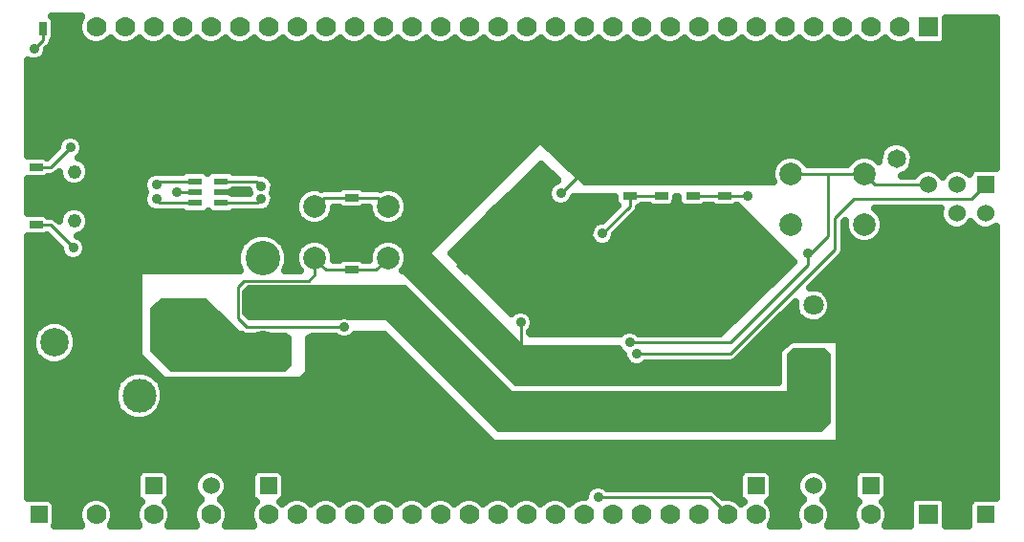
<source format=gbl>
G04 (created by PCBNEW (2013-07-07 BZR 4022)-stable) date 2/20/2015 2:37:17 PM*
%MOIN*%
G04 Gerber Fmt 3.4, Leading zero omitted, Abs format*
%FSLAX34Y34*%
G01*
G70*
G90*
G04 APERTURE LIST*
%ADD10C,0.00590551*%
%ADD11C,0.048*%
%ADD12C,0.0787402*%
%ADD13R,0.0472441X0.023622*%
%ADD14R,0.045X0.025*%
%ADD15R,0.07X0.07*%
%ADD16C,0.07*%
%ADD17C,0.11811*%
%ADD18C,0.099*%
%ADD19R,0.06X0.06*%
%ADD20C,0.06*%
%ADD21R,0.0748031X0.0748031*%
%ADD22C,0.0708661*%
%ADD23C,0.12*%
%ADD24C,0.17*%
%ADD25R,0.025X0.045*%
%ADD26C,0.035*%
%ADD27C,0.065*%
%ADD28C,0.01*%
%ADD29C,0.04*%
%ADD30C,0.025*%
G04 APERTURE END LIST*
G54D10*
G54D11*
X8235Y-12034D03*
X8235Y-13766D03*
G54D12*
X35779Y-12114D03*
X33220Y-12114D03*
X35779Y-13885D03*
X33220Y-13885D03*
G54D13*
X13352Y-12375D03*
X13352Y-12750D03*
X13352Y-13124D03*
X12447Y-13124D03*
X12447Y-12750D03*
X12447Y-12375D03*
G54D14*
X6900Y-13300D03*
X6900Y-13900D03*
X25500Y-18300D03*
X25500Y-17700D03*
G54D10*
G36*
X21458Y-16059D02*
X21140Y-15741D01*
X21317Y-15564D01*
X21635Y-15882D01*
X21458Y-16059D01*
X21458Y-16059D01*
G37*
G36*
X21882Y-15635D02*
X21564Y-15317D01*
X21741Y-15140D01*
X22059Y-15458D01*
X21882Y-15635D01*
X21882Y-15635D01*
G37*
G54D14*
X24400Y-18300D03*
X24400Y-17700D03*
G54D10*
G36*
X22140Y-13058D02*
X22458Y-12740D01*
X22635Y-12917D01*
X22317Y-13235D01*
X22140Y-13058D01*
X22140Y-13058D01*
G37*
G36*
X22564Y-13482D02*
X22882Y-13164D01*
X23059Y-13341D01*
X22741Y-13659D01*
X22564Y-13482D01*
X22564Y-13482D01*
G37*
G36*
X25341Y-11540D02*
X25659Y-11858D01*
X25482Y-12035D01*
X25164Y-11717D01*
X25341Y-11540D01*
X25341Y-11540D01*
G37*
G36*
X24917Y-11964D02*
X25235Y-12282D01*
X25058Y-12459D01*
X24740Y-12141D01*
X24917Y-11964D01*
X24917Y-11964D01*
G37*
G54D14*
X6900Y-11900D03*
X6900Y-12500D03*
G54D15*
X38000Y-7000D03*
G54D16*
X37000Y-7000D03*
X36000Y-7000D03*
X35000Y-7000D03*
X34000Y-7000D03*
X33000Y-7000D03*
X32000Y-7000D03*
X31000Y-7000D03*
X30000Y-7000D03*
X29000Y-7000D03*
X28000Y-7000D03*
X27000Y-7000D03*
X26000Y-7000D03*
X25000Y-7000D03*
X24000Y-7000D03*
X23000Y-7000D03*
X22000Y-7000D03*
X21000Y-7000D03*
X20000Y-7000D03*
X19000Y-7000D03*
X18000Y-7000D03*
X17000Y-7000D03*
X16000Y-7000D03*
X15000Y-7000D03*
X14000Y-7000D03*
X13000Y-7000D03*
X12000Y-7000D03*
X11000Y-7000D03*
X10000Y-7000D03*
X9000Y-7000D03*
G54D15*
X38000Y-24000D03*
G54D16*
X37000Y-24000D03*
X36000Y-24000D03*
X35000Y-24000D03*
X34000Y-24000D03*
X33000Y-24000D03*
X32000Y-24000D03*
X31000Y-24000D03*
X30000Y-24000D03*
X29000Y-24000D03*
X28000Y-24000D03*
X27000Y-24000D03*
X26000Y-24000D03*
X25000Y-24000D03*
X24000Y-24000D03*
X23000Y-24000D03*
X22000Y-24000D03*
X21000Y-24000D03*
X20000Y-24000D03*
X19000Y-24000D03*
X18000Y-24000D03*
X17000Y-24000D03*
X16000Y-24000D03*
X15000Y-24000D03*
X14000Y-24000D03*
X13000Y-24000D03*
X12000Y-24000D03*
X11000Y-24000D03*
X10000Y-24000D03*
X9000Y-24000D03*
G54D17*
X11681Y-18000D03*
X9318Y-18000D03*
X10500Y-19850D03*
G54D18*
X7547Y-18000D03*
G54D19*
X40000Y-12500D03*
G54D20*
X40000Y-13500D03*
X39000Y-12500D03*
X39000Y-13500D03*
X38000Y-12500D03*
X38000Y-13500D03*
G54D21*
X34000Y-18700D03*
G54D22*
X34000Y-17700D03*
X34000Y-16700D03*
G54D23*
X14800Y-18200D03*
X14800Y-16630D03*
X14800Y-15050D03*
G54D24*
X8000Y-21500D03*
X39000Y-9500D03*
X39000Y-21500D03*
X8000Y-9500D03*
G54D12*
X19179Y-13264D03*
X16620Y-13264D03*
X19179Y-15035D03*
X16620Y-15035D03*
G54D14*
X17900Y-15450D03*
X17900Y-14850D03*
X17900Y-13550D03*
X17900Y-12950D03*
X30900Y-12900D03*
X30900Y-12300D03*
X29800Y-12900D03*
X29800Y-12300D03*
X28700Y-12900D03*
X28700Y-12300D03*
X27600Y-12900D03*
X27600Y-12300D03*
G54D25*
X7750Y-7050D03*
X7150Y-7050D03*
G54D19*
X40000Y-24000D03*
G54D20*
X39000Y-24000D03*
G54D19*
X36000Y-23000D03*
G54D20*
X37000Y-23000D03*
G54D19*
X11000Y-23000D03*
G54D20*
X10000Y-23000D03*
G54D19*
X7000Y-24000D03*
G54D20*
X8000Y-24000D03*
G54D19*
X32000Y-23000D03*
G54D20*
X33000Y-23000D03*
X34000Y-23000D03*
X35000Y-23000D03*
G54D19*
X15000Y-23000D03*
G54D20*
X14000Y-23000D03*
X13000Y-23000D03*
X12000Y-23000D03*
G54D26*
X24600Y-12600D03*
X23400Y-13900D03*
X22200Y-15000D03*
G54D27*
X32750Y-15100D03*
X31650Y-16150D03*
G54D26*
X25200Y-17150D03*
X24350Y-17250D03*
X11800Y-12750D03*
X31700Y-12900D03*
X26650Y-14200D03*
X17650Y-17450D03*
X14750Y-13000D03*
X14750Y-12550D03*
X26500Y-23400D03*
X14150Y-12750D03*
X14500Y-12000D03*
X25200Y-12800D03*
X23800Y-17300D03*
X26600Y-18900D03*
X19900Y-15500D03*
X21500Y-12100D03*
X29700Y-19000D03*
X32700Y-19300D03*
X18100Y-19350D03*
X20050Y-21100D03*
G54D27*
X10900Y-13700D03*
G54D26*
X27850Y-18400D03*
X6850Y-7750D03*
X11100Y-13000D03*
X11100Y-12500D03*
X8200Y-14700D03*
X8100Y-11200D03*
G54D27*
X36900Y-11600D03*
G54D26*
X27600Y-18000D03*
X33800Y-14900D03*
G54D28*
X24600Y-12600D02*
X24987Y-12212D01*
X23300Y-13900D02*
X22812Y-13412D01*
X23400Y-13900D02*
X23300Y-13900D01*
X21812Y-15387D02*
X22200Y-15000D01*
G54D29*
X32750Y-15100D02*
X31650Y-16150D01*
G54D28*
X25200Y-17225D02*
X25712Y-17737D01*
X25200Y-17150D02*
X25200Y-17225D01*
X24350Y-17250D02*
X24350Y-17674D01*
X12447Y-12750D02*
X11800Y-12750D01*
X29800Y-12900D02*
X30900Y-12900D01*
X30900Y-12900D02*
X31700Y-12900D01*
X27600Y-12900D02*
X28700Y-12900D01*
X27600Y-13250D02*
X27600Y-12900D01*
X26650Y-14200D02*
X27600Y-13250D01*
X16620Y-15629D02*
X16400Y-15850D01*
X16400Y-15850D02*
X14150Y-15850D01*
X14150Y-15850D02*
X13950Y-16050D01*
X13950Y-16050D02*
X13950Y-17150D01*
X13950Y-17150D02*
X14250Y-17450D01*
X14250Y-17450D02*
X17650Y-17450D01*
X16620Y-15629D02*
X16620Y-15035D01*
X17900Y-15450D02*
X18765Y-15450D01*
X18765Y-15450D02*
X19179Y-15035D01*
X16620Y-15035D02*
X16620Y-15070D01*
X17000Y-15450D02*
X17900Y-15450D01*
X16620Y-15070D02*
X17000Y-15450D01*
X14625Y-13124D02*
X14750Y-13000D01*
X13352Y-13124D02*
X14625Y-13124D01*
X13352Y-12375D02*
X14575Y-12375D01*
X14575Y-12375D02*
X14750Y-12550D01*
X30400Y-23400D02*
X31000Y-24000D01*
X26500Y-23400D02*
X30400Y-23400D01*
X13352Y-12750D02*
X14150Y-12750D01*
X25412Y-11787D02*
X25624Y-12000D01*
X25624Y-12000D02*
X26000Y-12000D01*
X27300Y-12000D02*
X27600Y-12300D01*
X26000Y-12000D02*
X27300Y-12000D01*
X25200Y-12800D02*
X26000Y-12000D01*
X24000Y-18300D02*
X24400Y-18300D01*
X23800Y-18100D02*
X24000Y-18300D01*
X23800Y-17300D02*
X23800Y-18100D01*
X25287Y-18162D02*
X26025Y-18900D01*
X26025Y-18900D02*
X26600Y-18900D01*
X25287Y-18162D02*
X26325Y-19200D01*
X29500Y-19200D02*
X29700Y-19000D01*
X26325Y-19200D02*
X29500Y-19200D01*
X31900Y-17600D02*
X31100Y-18400D01*
X31900Y-17600D02*
X34750Y-14750D01*
X34750Y-14750D02*
X34750Y-13650D01*
X34750Y-13650D02*
X35400Y-13000D01*
X35400Y-13000D02*
X39500Y-13000D01*
X40000Y-12500D02*
X39500Y-13000D01*
X31100Y-18400D02*
X27850Y-18400D01*
X7150Y-7450D02*
X7150Y-7050D01*
X6850Y-7750D02*
X7150Y-7450D01*
X17900Y-12950D02*
X16934Y-12950D01*
X16934Y-12950D02*
X16620Y-13264D01*
X19179Y-13264D02*
X19114Y-13264D01*
X18800Y-12950D02*
X17900Y-12950D01*
X19114Y-13264D02*
X18800Y-12950D01*
X12447Y-13124D02*
X11224Y-13124D01*
X11224Y-13124D02*
X11100Y-13000D01*
X12447Y-12375D02*
X11224Y-12375D01*
X11224Y-12375D02*
X11100Y-12500D01*
X6900Y-13900D02*
X7400Y-13900D01*
X7400Y-13900D02*
X8200Y-14700D01*
X6900Y-11900D02*
X7400Y-11900D01*
X7400Y-11900D02*
X8100Y-11200D01*
X29000Y-23950D02*
X29000Y-24000D01*
X31100Y-18000D02*
X31900Y-17200D01*
X27600Y-18000D02*
X31100Y-18000D01*
X35779Y-12114D02*
X34500Y-12114D01*
X34500Y-12114D02*
X33220Y-12114D01*
X33800Y-14900D02*
X33900Y-14900D01*
X33900Y-14900D02*
X34500Y-14300D01*
X34500Y-14300D02*
X34500Y-12114D01*
X33800Y-15300D02*
X31900Y-17200D01*
X33800Y-14900D02*
X33800Y-15300D01*
X35779Y-12114D02*
X36165Y-12500D01*
X36165Y-12500D02*
X38000Y-12500D01*
G54D10*
G36*
X34475Y-20748D02*
X34248Y-20975D01*
X23051Y-20975D01*
X19151Y-17075D01*
X17789Y-17075D01*
X17729Y-17050D01*
X17570Y-17049D01*
X17510Y-17075D01*
X14351Y-17075D01*
X14225Y-16948D01*
X14225Y-16251D01*
X14351Y-16125D01*
X16400Y-16125D01*
X19748Y-16125D01*
X23448Y-19825D01*
X33225Y-19825D01*
X33225Y-18451D01*
X33351Y-18325D01*
X34348Y-18325D01*
X34475Y-18451D01*
X34475Y-20748D01*
X34475Y-20748D01*
G37*
G54D30*
X34475Y-20748D02*
X34248Y-20975D01*
X23051Y-20975D01*
X19151Y-17075D01*
X17789Y-17075D01*
X17729Y-17050D01*
X17570Y-17049D01*
X17510Y-17075D01*
X14351Y-17075D01*
X14225Y-16948D01*
X14225Y-16251D01*
X14351Y-16125D01*
X16400Y-16125D01*
X19748Y-16125D01*
X23448Y-19825D01*
X33225Y-19825D01*
X33225Y-18451D01*
X33351Y-18325D01*
X34348Y-18325D01*
X34475Y-18451D01*
X34475Y-20748D01*
G54D10*
G36*
X15675Y-18748D02*
X15548Y-18875D01*
X11651Y-18875D01*
X11025Y-18248D01*
X11025Y-16851D01*
X11301Y-16575D01*
X12798Y-16575D01*
X13948Y-17725D01*
X14087Y-17725D01*
X14087Y-17725D01*
X14125Y-17750D01*
X14125Y-17750D01*
X14225Y-17770D01*
X14249Y-17775D01*
X14249Y-17774D01*
X14250Y-17775D01*
X15598Y-17775D01*
X15675Y-17851D01*
X15675Y-18748D01*
X15675Y-18748D01*
G37*
G54D30*
X15675Y-18748D02*
X15548Y-18875D01*
X11651Y-18875D01*
X11025Y-18248D01*
X11025Y-16851D01*
X11301Y-16575D01*
X12798Y-16575D01*
X13948Y-17725D01*
X14087Y-17725D01*
X14087Y-17725D01*
X14125Y-17750D01*
X14125Y-17750D01*
X14225Y-17770D01*
X14249Y-17775D01*
X14249Y-17774D01*
X14250Y-17775D01*
X15598Y-17775D01*
X15675Y-17851D01*
X15675Y-18748D01*
G54D10*
G36*
X33321Y-15198D02*
X30749Y-17675D01*
X27911Y-17675D01*
X27855Y-17618D01*
X27689Y-17550D01*
X27510Y-17549D01*
X27345Y-17618D01*
X27288Y-17675D01*
X24151Y-17675D01*
X24125Y-17648D01*
X24125Y-17611D01*
X24181Y-17555D01*
X24249Y-17389D01*
X24250Y-17210D01*
X24181Y-17045D01*
X24055Y-16918D01*
X23889Y-16850D01*
X23710Y-16849D01*
X23545Y-16918D01*
X23470Y-16993D01*
X21376Y-14900D01*
X24500Y-11776D01*
X25084Y-12360D01*
X24945Y-12418D01*
X24818Y-12544D01*
X24750Y-12710D01*
X24749Y-12889D01*
X24818Y-13054D01*
X24944Y-13181D01*
X25110Y-13249D01*
X25289Y-13250D01*
X25454Y-13181D01*
X25581Y-13055D01*
X25639Y-12915D01*
X25648Y-12925D01*
X27099Y-12925D01*
X27099Y-13079D01*
X27141Y-13180D01*
X27175Y-13214D01*
X26640Y-13749D01*
X26560Y-13749D01*
X26395Y-13818D01*
X26268Y-13944D01*
X26200Y-14110D01*
X26199Y-14289D01*
X26268Y-14454D01*
X26394Y-14581D01*
X26560Y-14649D01*
X26739Y-14650D01*
X26904Y-14581D01*
X27031Y-14455D01*
X27099Y-14289D01*
X27099Y-14209D01*
X27829Y-13479D01*
X27829Y-13479D01*
X27829Y-13479D01*
X27872Y-13416D01*
X27900Y-13374D01*
X27900Y-13374D01*
X27918Y-13284D01*
X27980Y-13258D01*
X28013Y-13225D01*
X28286Y-13225D01*
X28319Y-13257D01*
X28420Y-13299D01*
X28529Y-13300D01*
X28979Y-13300D01*
X29080Y-13258D01*
X29157Y-13180D01*
X29199Y-13079D01*
X29200Y-12970D01*
X29200Y-12925D01*
X29299Y-12925D01*
X29299Y-13079D01*
X29341Y-13180D01*
X29419Y-13257D01*
X29520Y-13299D01*
X29629Y-13300D01*
X30079Y-13300D01*
X30180Y-13258D01*
X30213Y-13225D01*
X30486Y-13225D01*
X30519Y-13257D01*
X30620Y-13299D01*
X30729Y-13300D01*
X31179Y-13300D01*
X31280Y-13258D01*
X31313Y-13225D01*
X31348Y-13225D01*
X32311Y-14188D01*
X33321Y-15198D01*
X33321Y-15198D01*
G37*
G54D30*
X33321Y-15198D02*
X30749Y-17675D01*
X27911Y-17675D01*
X27855Y-17618D01*
X27689Y-17550D01*
X27510Y-17549D01*
X27345Y-17618D01*
X27288Y-17675D01*
X24151Y-17675D01*
X24125Y-17648D01*
X24125Y-17611D01*
X24181Y-17555D01*
X24249Y-17389D01*
X24250Y-17210D01*
X24181Y-17045D01*
X24055Y-16918D01*
X23889Y-16850D01*
X23710Y-16849D01*
X23545Y-16918D01*
X23470Y-16993D01*
X21376Y-14900D01*
X24500Y-11776D01*
X25084Y-12360D01*
X24945Y-12418D01*
X24818Y-12544D01*
X24750Y-12710D01*
X24749Y-12889D01*
X24818Y-13054D01*
X24944Y-13181D01*
X25110Y-13249D01*
X25289Y-13250D01*
X25454Y-13181D01*
X25581Y-13055D01*
X25639Y-12915D01*
X25648Y-12925D01*
X27099Y-12925D01*
X27099Y-13079D01*
X27141Y-13180D01*
X27175Y-13214D01*
X26640Y-13749D01*
X26560Y-13749D01*
X26395Y-13818D01*
X26268Y-13944D01*
X26200Y-14110D01*
X26199Y-14289D01*
X26268Y-14454D01*
X26394Y-14581D01*
X26560Y-14649D01*
X26739Y-14650D01*
X26904Y-14581D01*
X27031Y-14455D01*
X27099Y-14289D01*
X27099Y-14209D01*
X27829Y-13479D01*
X27829Y-13479D01*
X27829Y-13479D01*
X27872Y-13416D01*
X27900Y-13374D01*
X27900Y-13374D01*
X27918Y-13284D01*
X27980Y-13258D01*
X28013Y-13225D01*
X28286Y-13225D01*
X28319Y-13257D01*
X28420Y-13299D01*
X28529Y-13300D01*
X28979Y-13300D01*
X29080Y-13258D01*
X29157Y-13180D01*
X29199Y-13079D01*
X29200Y-12970D01*
X29200Y-12925D01*
X29299Y-12925D01*
X29299Y-13079D01*
X29341Y-13180D01*
X29419Y-13257D01*
X29520Y-13299D01*
X29629Y-13300D01*
X30079Y-13300D01*
X30180Y-13258D01*
X30213Y-13225D01*
X30486Y-13225D01*
X30519Y-13257D01*
X30620Y-13299D01*
X30729Y-13300D01*
X31179Y-13300D01*
X31280Y-13258D01*
X31313Y-13225D01*
X31348Y-13225D01*
X32311Y-14188D01*
X33321Y-15198D01*
G54D10*
G36*
X14356Y-12775D02*
X14346Y-12799D01*
X13771Y-12799D01*
X13744Y-12772D01*
X13689Y-12749D01*
X13744Y-12727D01*
X13770Y-12700D01*
X14325Y-12700D01*
X14356Y-12775D01*
X14356Y-12775D01*
G37*
G54D30*
X14356Y-12775D02*
X14346Y-12799D01*
X13771Y-12799D01*
X13744Y-12772D01*
X13689Y-12749D01*
X13744Y-12727D01*
X13770Y-12700D01*
X14325Y-12700D01*
X14356Y-12775D01*
G54D10*
G36*
X40375Y-23433D02*
X40354Y-23425D01*
X40245Y-23424D01*
X39645Y-23424D01*
X39544Y-23466D01*
X39467Y-23544D01*
X39425Y-23645D01*
X39424Y-23754D01*
X39424Y-24354D01*
X39433Y-24375D01*
X38624Y-24375D01*
X38625Y-24295D01*
X38625Y-23595D01*
X38583Y-23494D01*
X38505Y-23417D01*
X38404Y-23375D01*
X38295Y-23374D01*
X37595Y-23374D01*
X37494Y-23416D01*
X37417Y-23494D01*
X37375Y-23595D01*
X37374Y-23704D01*
X37374Y-24375D01*
X36509Y-24375D01*
X36529Y-24354D01*
X36624Y-24124D01*
X36625Y-23876D01*
X36530Y-23646D01*
X36428Y-23544D01*
X36455Y-23533D01*
X36532Y-23455D01*
X36574Y-23354D01*
X36575Y-23245D01*
X36575Y-22645D01*
X36533Y-22544D01*
X36455Y-22467D01*
X36354Y-22425D01*
X36245Y-22424D01*
X35645Y-22424D01*
X35544Y-22466D01*
X35467Y-22544D01*
X35425Y-22645D01*
X35424Y-22754D01*
X35424Y-23354D01*
X35466Y-23455D01*
X35544Y-23532D01*
X35571Y-23544D01*
X35470Y-23645D01*
X35375Y-23875D01*
X35374Y-24123D01*
X35469Y-24353D01*
X35491Y-24375D01*
X34925Y-24375D01*
X34925Y-21525D01*
X34925Y-17875D01*
X34176Y-17875D01*
X34000Y-17875D01*
X33258Y-17875D01*
X32775Y-18237D01*
X32775Y-19375D01*
X23651Y-19375D01*
X19751Y-15475D01*
X19686Y-15475D01*
X19746Y-15415D01*
X19848Y-15169D01*
X19848Y-14903D01*
X19848Y-13131D01*
X19746Y-12885D01*
X19558Y-12697D01*
X19313Y-12595D01*
X19047Y-12595D01*
X18918Y-12648D01*
X18918Y-12648D01*
X18800Y-12625D01*
X18313Y-12625D01*
X18280Y-12592D01*
X18179Y-12550D01*
X18070Y-12549D01*
X17620Y-12549D01*
X17519Y-12591D01*
X17486Y-12625D01*
X16934Y-12625D01*
X16860Y-12639D01*
X16860Y-12639D01*
X16754Y-12595D01*
X16488Y-12595D01*
X16242Y-12696D01*
X16053Y-12884D01*
X15951Y-13130D01*
X15951Y-13396D01*
X16053Y-13642D01*
X16241Y-13830D01*
X16486Y-13932D01*
X16752Y-13932D01*
X16998Y-13831D01*
X17187Y-13643D01*
X17289Y-13397D01*
X17289Y-13275D01*
X17486Y-13275D01*
X17519Y-13307D01*
X17620Y-13349D01*
X17729Y-13350D01*
X18179Y-13350D01*
X18280Y-13308D01*
X18313Y-13275D01*
X18510Y-13275D01*
X18510Y-13396D01*
X18612Y-13642D01*
X18800Y-13830D01*
X19045Y-13932D01*
X19311Y-13932D01*
X19557Y-13831D01*
X19746Y-13643D01*
X19848Y-13397D01*
X19848Y-13131D01*
X19848Y-14903D01*
X19746Y-14657D01*
X19558Y-14469D01*
X19313Y-14367D01*
X19047Y-14367D01*
X18801Y-14468D01*
X18612Y-14656D01*
X18510Y-14902D01*
X18510Y-15125D01*
X18313Y-15125D01*
X18280Y-15092D01*
X18179Y-15050D01*
X18070Y-15049D01*
X17620Y-15049D01*
X17519Y-15091D01*
X17486Y-15125D01*
X17289Y-15125D01*
X17289Y-14903D01*
X17187Y-14657D01*
X16999Y-14469D01*
X16754Y-14367D01*
X16488Y-14367D01*
X16242Y-14468D01*
X16053Y-14656D01*
X15951Y-14902D01*
X15951Y-15168D01*
X16053Y-15414D01*
X16114Y-15475D01*
X15570Y-15475D01*
X15674Y-15224D01*
X15675Y-14876D01*
X15542Y-14555D01*
X15296Y-14308D01*
X15200Y-14268D01*
X15200Y-12910D01*
X15143Y-12774D01*
X15199Y-12639D01*
X15200Y-12460D01*
X15131Y-12295D01*
X15005Y-12168D01*
X14839Y-12100D01*
X14736Y-12099D01*
X14700Y-12075D01*
X14575Y-12050D01*
X13771Y-12050D01*
X13744Y-12024D01*
X13643Y-11982D01*
X13534Y-11982D01*
X13062Y-11982D01*
X12960Y-12024D01*
X12899Y-12085D01*
X12839Y-12024D01*
X12738Y-11982D01*
X12629Y-11982D01*
X12156Y-11982D01*
X12055Y-12024D01*
X12029Y-12050D01*
X11224Y-12050D01*
X11202Y-12055D01*
X11189Y-12050D01*
X11010Y-12049D01*
X10845Y-12118D01*
X10718Y-12244D01*
X10650Y-12410D01*
X10649Y-12589D01*
X10716Y-12750D01*
X10650Y-12910D01*
X10649Y-13089D01*
X10718Y-13254D01*
X10844Y-13381D01*
X11010Y-13449D01*
X11189Y-13450D01*
X11202Y-13444D01*
X11224Y-13449D01*
X12028Y-13449D01*
X12055Y-13475D01*
X12156Y-13517D01*
X12265Y-13517D01*
X12737Y-13517D01*
X12839Y-13475D01*
X12900Y-13414D01*
X12960Y-13475D01*
X13061Y-13517D01*
X13170Y-13517D01*
X13643Y-13517D01*
X13744Y-13475D01*
X13770Y-13449D01*
X14625Y-13449D01*
X14647Y-13444D01*
X14660Y-13449D01*
X14839Y-13450D01*
X15004Y-13381D01*
X15131Y-13255D01*
X15199Y-13089D01*
X15200Y-12910D01*
X15200Y-14268D01*
X14974Y-14175D01*
X14626Y-14174D01*
X14305Y-14307D01*
X14058Y-14553D01*
X13925Y-14875D01*
X13924Y-15223D01*
X14028Y-15475D01*
X10475Y-15475D01*
X10475Y-18451D01*
X11348Y-19325D01*
X16151Y-19325D01*
X16425Y-19051D01*
X16425Y-17866D01*
X16562Y-17775D01*
X17338Y-17775D01*
X17394Y-17831D01*
X17560Y-17899D01*
X17739Y-17900D01*
X17904Y-17831D01*
X18011Y-17725D01*
X19048Y-17725D01*
X22848Y-21525D01*
X34925Y-21525D01*
X34925Y-24375D01*
X34800Y-24375D01*
X34509Y-24375D01*
X34529Y-24354D01*
X34624Y-24124D01*
X34625Y-23876D01*
X34530Y-23646D01*
X34354Y-23470D01*
X34346Y-23466D01*
X34487Y-23326D01*
X34574Y-23114D01*
X34575Y-22886D01*
X34487Y-22674D01*
X34326Y-22512D01*
X34114Y-22425D01*
X33886Y-22424D01*
X33674Y-22512D01*
X33512Y-22673D01*
X33425Y-22885D01*
X33424Y-23113D01*
X33512Y-23325D01*
X33653Y-23466D01*
X33646Y-23469D01*
X33470Y-23645D01*
X33375Y-23875D01*
X33374Y-24123D01*
X33469Y-24353D01*
X33491Y-24375D01*
X32509Y-24375D01*
X32529Y-24354D01*
X32624Y-24124D01*
X32625Y-23876D01*
X32530Y-23646D01*
X32428Y-23544D01*
X32455Y-23533D01*
X32532Y-23455D01*
X32574Y-23354D01*
X32575Y-23245D01*
X32575Y-22645D01*
X32533Y-22544D01*
X32455Y-22467D01*
X32354Y-22425D01*
X32245Y-22424D01*
X31645Y-22424D01*
X31544Y-22466D01*
X31467Y-22544D01*
X31425Y-22645D01*
X31424Y-22754D01*
X31424Y-23354D01*
X31466Y-23455D01*
X31544Y-23532D01*
X31571Y-23544D01*
X31499Y-23616D01*
X31354Y-23470D01*
X31124Y-23375D01*
X30876Y-23374D01*
X30846Y-23387D01*
X30629Y-23170D01*
X30524Y-23099D01*
X30400Y-23075D01*
X26811Y-23075D01*
X26755Y-23018D01*
X26589Y-22950D01*
X26410Y-22949D01*
X26245Y-23018D01*
X26118Y-23144D01*
X26050Y-23310D01*
X26050Y-23375D01*
X25876Y-23374D01*
X25646Y-23469D01*
X25499Y-23616D01*
X25354Y-23470D01*
X25124Y-23375D01*
X24876Y-23374D01*
X24646Y-23469D01*
X24499Y-23616D01*
X24354Y-23470D01*
X24124Y-23375D01*
X23876Y-23374D01*
X23646Y-23469D01*
X23499Y-23616D01*
X23354Y-23470D01*
X23124Y-23375D01*
X22876Y-23374D01*
X22646Y-23469D01*
X22499Y-23616D01*
X22354Y-23470D01*
X22124Y-23375D01*
X21876Y-23374D01*
X21646Y-23469D01*
X21499Y-23616D01*
X21354Y-23470D01*
X21124Y-23375D01*
X20876Y-23374D01*
X20646Y-23469D01*
X20499Y-23616D01*
X20354Y-23470D01*
X20124Y-23375D01*
X19876Y-23374D01*
X19646Y-23469D01*
X19499Y-23616D01*
X19354Y-23470D01*
X19124Y-23375D01*
X18876Y-23374D01*
X18646Y-23469D01*
X18499Y-23616D01*
X18354Y-23470D01*
X18124Y-23375D01*
X17876Y-23374D01*
X17646Y-23469D01*
X17499Y-23616D01*
X17354Y-23470D01*
X17124Y-23375D01*
X16876Y-23374D01*
X16646Y-23469D01*
X16499Y-23616D01*
X16354Y-23470D01*
X16124Y-23375D01*
X15876Y-23374D01*
X15646Y-23469D01*
X15499Y-23616D01*
X15428Y-23544D01*
X15455Y-23533D01*
X15532Y-23455D01*
X15574Y-23354D01*
X15575Y-23245D01*
X15575Y-22645D01*
X15533Y-22544D01*
X15455Y-22467D01*
X15354Y-22425D01*
X15245Y-22424D01*
X14645Y-22424D01*
X14544Y-22466D01*
X14467Y-22544D01*
X14425Y-22645D01*
X14424Y-22754D01*
X14424Y-23354D01*
X14466Y-23455D01*
X14544Y-23532D01*
X14571Y-23544D01*
X14470Y-23645D01*
X14375Y-23875D01*
X14374Y-24123D01*
X14469Y-24353D01*
X14491Y-24375D01*
X13509Y-24375D01*
X13529Y-24354D01*
X13624Y-24124D01*
X13625Y-23876D01*
X13530Y-23646D01*
X13354Y-23470D01*
X13346Y-23466D01*
X13487Y-23326D01*
X13574Y-23114D01*
X13575Y-22886D01*
X13487Y-22674D01*
X13326Y-22512D01*
X13114Y-22425D01*
X12886Y-22424D01*
X12674Y-22512D01*
X12512Y-22673D01*
X12425Y-22885D01*
X12424Y-23113D01*
X12512Y-23325D01*
X12653Y-23466D01*
X12646Y-23469D01*
X12470Y-23645D01*
X12375Y-23875D01*
X12374Y-24123D01*
X12469Y-24353D01*
X12491Y-24375D01*
X11509Y-24375D01*
X11529Y-24354D01*
X11624Y-24124D01*
X11625Y-23876D01*
X11530Y-23646D01*
X11428Y-23544D01*
X11455Y-23533D01*
X11532Y-23455D01*
X11574Y-23354D01*
X11575Y-23245D01*
X11575Y-22645D01*
X11533Y-22544D01*
X11455Y-22467D01*
X11365Y-22429D01*
X11365Y-19678D01*
X11234Y-19360D01*
X10990Y-19117D01*
X10672Y-18984D01*
X10328Y-18984D01*
X10010Y-19116D01*
X9766Y-19359D01*
X9634Y-19677D01*
X9634Y-20021D01*
X9765Y-20340D01*
X10009Y-20583D01*
X10327Y-20715D01*
X10671Y-20716D01*
X10989Y-20584D01*
X11233Y-20341D01*
X11365Y-20023D01*
X11365Y-19678D01*
X11365Y-22429D01*
X11354Y-22425D01*
X11245Y-22424D01*
X10645Y-22424D01*
X10544Y-22466D01*
X10467Y-22544D01*
X10425Y-22645D01*
X10424Y-22754D01*
X10424Y-23354D01*
X10466Y-23455D01*
X10544Y-23532D01*
X10571Y-23544D01*
X10470Y-23645D01*
X10375Y-23875D01*
X10374Y-24123D01*
X10469Y-24353D01*
X10491Y-24375D01*
X9509Y-24375D01*
X9529Y-24354D01*
X9624Y-24124D01*
X9625Y-23876D01*
X9530Y-23646D01*
X9354Y-23470D01*
X9124Y-23375D01*
X8876Y-23374D01*
X8646Y-23469D01*
X8470Y-23645D01*
X8375Y-23875D01*
X8374Y-24123D01*
X8469Y-24353D01*
X8491Y-24375D01*
X8317Y-24375D01*
X8317Y-17847D01*
X8200Y-17564D01*
X7983Y-17347D01*
X7701Y-17230D01*
X7394Y-17229D01*
X7111Y-17346D01*
X6894Y-17563D01*
X6777Y-17846D01*
X6777Y-18152D01*
X6894Y-18435D01*
X7110Y-18652D01*
X7393Y-18769D01*
X7699Y-18770D01*
X7982Y-18653D01*
X8199Y-18436D01*
X8317Y-18153D01*
X8317Y-17847D01*
X8317Y-24375D01*
X7566Y-24375D01*
X7574Y-24354D01*
X7575Y-24245D01*
X7575Y-23645D01*
X7533Y-23544D01*
X7455Y-23467D01*
X7354Y-23425D01*
X7245Y-23424D01*
X6645Y-23424D01*
X6625Y-23433D01*
X6625Y-14299D01*
X6729Y-14300D01*
X7179Y-14300D01*
X7280Y-14258D01*
X7289Y-14249D01*
X7749Y-14709D01*
X7749Y-14789D01*
X7818Y-14954D01*
X7944Y-15081D01*
X8110Y-15149D01*
X8289Y-15150D01*
X8454Y-15081D01*
X8581Y-14955D01*
X8649Y-14789D01*
X8650Y-14610D01*
X8581Y-14445D01*
X8455Y-14318D01*
X8350Y-14275D01*
X8526Y-14202D01*
X8671Y-14058D01*
X8749Y-13868D01*
X8750Y-13664D01*
X8671Y-13474D01*
X8527Y-13329D01*
X8337Y-13251D01*
X8133Y-13250D01*
X7943Y-13329D01*
X7798Y-13473D01*
X7720Y-13663D01*
X7720Y-13760D01*
X7629Y-13670D01*
X7524Y-13599D01*
X7400Y-13575D01*
X7313Y-13575D01*
X7280Y-13542D01*
X7179Y-13500D01*
X7070Y-13499D01*
X6625Y-13499D01*
X6625Y-12299D01*
X6729Y-12300D01*
X7179Y-12300D01*
X7280Y-12258D01*
X7313Y-12225D01*
X7400Y-12225D01*
X7524Y-12200D01*
X7524Y-12200D01*
X7629Y-12129D01*
X7719Y-12039D01*
X7719Y-12135D01*
X7798Y-12325D01*
X7942Y-12470D01*
X8132Y-12548D01*
X8336Y-12549D01*
X8526Y-12470D01*
X8671Y-12326D01*
X8749Y-12136D01*
X8750Y-11932D01*
X8671Y-11742D01*
X8527Y-11597D01*
X8393Y-11542D01*
X8481Y-11455D01*
X8549Y-11289D01*
X8550Y-11110D01*
X8481Y-10945D01*
X8355Y-10818D01*
X8189Y-10750D01*
X8010Y-10749D01*
X7845Y-10818D01*
X7718Y-10944D01*
X7650Y-11110D01*
X7650Y-11190D01*
X7289Y-11550D01*
X7280Y-11542D01*
X7179Y-11500D01*
X7070Y-11499D01*
X6625Y-11499D01*
X6625Y-8143D01*
X6760Y-8199D01*
X6939Y-8200D01*
X7104Y-8131D01*
X7231Y-8005D01*
X7299Y-7839D01*
X7299Y-7759D01*
X7379Y-7679D01*
X7379Y-7679D01*
X7379Y-7679D01*
X7450Y-7574D01*
X7450Y-7574D01*
X7470Y-7474D01*
X7471Y-7467D01*
X7507Y-7430D01*
X7549Y-7329D01*
X7550Y-7220D01*
X7550Y-6770D01*
X7508Y-6669D01*
X7465Y-6626D01*
X8488Y-6627D01*
X8470Y-6645D01*
X8375Y-6875D01*
X8374Y-7123D01*
X8469Y-7353D01*
X8645Y-7529D01*
X8875Y-7624D01*
X9123Y-7625D01*
X9353Y-7530D01*
X9500Y-7383D01*
X9645Y-7529D01*
X9875Y-7624D01*
X10123Y-7625D01*
X10353Y-7530D01*
X10500Y-7383D01*
X10645Y-7529D01*
X10875Y-7624D01*
X11123Y-7625D01*
X11353Y-7530D01*
X11500Y-7383D01*
X11645Y-7529D01*
X11875Y-7624D01*
X12123Y-7625D01*
X12353Y-7530D01*
X12500Y-7383D01*
X12645Y-7529D01*
X12875Y-7624D01*
X13123Y-7625D01*
X13353Y-7530D01*
X13500Y-7383D01*
X13645Y-7529D01*
X13875Y-7624D01*
X14123Y-7625D01*
X14353Y-7530D01*
X14500Y-7383D01*
X14645Y-7529D01*
X14875Y-7624D01*
X15123Y-7625D01*
X15353Y-7530D01*
X15500Y-7383D01*
X15645Y-7529D01*
X15875Y-7624D01*
X16123Y-7625D01*
X16353Y-7530D01*
X16500Y-7383D01*
X16645Y-7529D01*
X16875Y-7624D01*
X17123Y-7625D01*
X17353Y-7530D01*
X17500Y-7383D01*
X17645Y-7529D01*
X17875Y-7624D01*
X18123Y-7625D01*
X18353Y-7530D01*
X18500Y-7383D01*
X18645Y-7529D01*
X18875Y-7624D01*
X19123Y-7625D01*
X19353Y-7530D01*
X19500Y-7383D01*
X19645Y-7529D01*
X19875Y-7624D01*
X20123Y-7625D01*
X20353Y-7530D01*
X20500Y-7383D01*
X20645Y-7529D01*
X20875Y-7624D01*
X21123Y-7625D01*
X21353Y-7530D01*
X21500Y-7383D01*
X21645Y-7529D01*
X21875Y-7624D01*
X22123Y-7625D01*
X22353Y-7530D01*
X22500Y-7383D01*
X22645Y-7529D01*
X22875Y-7624D01*
X23123Y-7625D01*
X23353Y-7530D01*
X23500Y-7383D01*
X23645Y-7529D01*
X23875Y-7624D01*
X24123Y-7625D01*
X24353Y-7530D01*
X24500Y-7383D01*
X24645Y-7529D01*
X24875Y-7624D01*
X25123Y-7625D01*
X25353Y-7530D01*
X25500Y-7383D01*
X25645Y-7529D01*
X25875Y-7624D01*
X26123Y-7625D01*
X26353Y-7530D01*
X26500Y-7383D01*
X26645Y-7529D01*
X26875Y-7624D01*
X27123Y-7625D01*
X27353Y-7530D01*
X27500Y-7383D01*
X27645Y-7529D01*
X27875Y-7624D01*
X28123Y-7625D01*
X28353Y-7530D01*
X28500Y-7383D01*
X28645Y-7529D01*
X28875Y-7624D01*
X29123Y-7625D01*
X29353Y-7530D01*
X29500Y-7383D01*
X29645Y-7529D01*
X29875Y-7624D01*
X30123Y-7625D01*
X30353Y-7530D01*
X30500Y-7383D01*
X30645Y-7529D01*
X30875Y-7624D01*
X31123Y-7625D01*
X31353Y-7530D01*
X31500Y-7383D01*
X31645Y-7529D01*
X31875Y-7624D01*
X32123Y-7625D01*
X32353Y-7530D01*
X32500Y-7383D01*
X32645Y-7529D01*
X32875Y-7624D01*
X33123Y-7625D01*
X33353Y-7530D01*
X33500Y-7383D01*
X33645Y-7529D01*
X33875Y-7624D01*
X34123Y-7625D01*
X34353Y-7530D01*
X34500Y-7383D01*
X34645Y-7529D01*
X34875Y-7624D01*
X35123Y-7625D01*
X35353Y-7530D01*
X35500Y-7383D01*
X35645Y-7529D01*
X35875Y-7624D01*
X36123Y-7625D01*
X36353Y-7530D01*
X36500Y-7383D01*
X36645Y-7529D01*
X36875Y-7624D01*
X37123Y-7625D01*
X37353Y-7530D01*
X37405Y-7478D01*
X37416Y-7505D01*
X37494Y-7582D01*
X37595Y-7624D01*
X37704Y-7625D01*
X38404Y-7625D01*
X38505Y-7583D01*
X38582Y-7505D01*
X38624Y-7404D01*
X38625Y-7295D01*
X38625Y-6672D01*
X40375Y-6674D01*
X40375Y-11933D01*
X40354Y-11925D01*
X40245Y-11924D01*
X39645Y-11924D01*
X39544Y-11966D01*
X39467Y-12044D01*
X39434Y-12121D01*
X39326Y-12012D01*
X39114Y-11925D01*
X38886Y-11924D01*
X38674Y-12012D01*
X38512Y-12173D01*
X38500Y-12204D01*
X38487Y-12174D01*
X38326Y-12012D01*
X38114Y-11925D01*
X37886Y-11924D01*
X37674Y-12012D01*
X37512Y-12173D01*
X37512Y-12175D01*
X37079Y-12175D01*
X37239Y-12108D01*
X37408Y-11940D01*
X37499Y-11719D01*
X37500Y-11481D01*
X37408Y-11260D01*
X37240Y-11091D01*
X37019Y-11000D01*
X36781Y-10999D01*
X36560Y-11091D01*
X36391Y-11259D01*
X36300Y-11480D01*
X36299Y-11688D01*
X36158Y-11547D01*
X35913Y-11445D01*
X35647Y-11445D01*
X35401Y-11546D01*
X35212Y-11734D01*
X35190Y-11789D01*
X34500Y-11789D01*
X33809Y-11789D01*
X33787Y-11735D01*
X33599Y-11547D01*
X33354Y-11445D01*
X33088Y-11445D01*
X32842Y-11546D01*
X32653Y-11734D01*
X32551Y-11980D01*
X32551Y-12246D01*
X32604Y-12375D01*
X30200Y-12375D01*
X26049Y-12375D01*
X24497Y-10926D01*
X20523Y-14900D01*
X23848Y-18225D01*
X27206Y-18225D01*
X27218Y-18254D01*
X27344Y-18381D01*
X27399Y-18404D01*
X27399Y-18489D01*
X27468Y-18654D01*
X27594Y-18781D01*
X27760Y-18849D01*
X27939Y-18850D01*
X28104Y-18781D01*
X28161Y-18725D01*
X31100Y-18725D01*
X31224Y-18700D01*
X31224Y-18700D01*
X31329Y-18629D01*
X32129Y-17829D01*
X32129Y-17829D01*
X32129Y-17829D01*
X33370Y-16588D01*
X33370Y-16824D01*
X33466Y-17056D01*
X33643Y-17233D01*
X33874Y-17329D01*
X34124Y-17329D01*
X34176Y-17307D01*
X34356Y-17233D01*
X34533Y-17056D01*
X34629Y-16825D01*
X34629Y-16575D01*
X34533Y-16343D01*
X34356Y-16166D01*
X34176Y-16091D01*
X34125Y-16070D01*
X33889Y-16070D01*
X34176Y-15782D01*
X34979Y-14979D01*
X34979Y-14979D01*
X34979Y-14979D01*
X35050Y-14874D01*
X35050Y-14874D01*
X35070Y-14774D01*
X35075Y-14750D01*
X35074Y-14750D01*
X35075Y-14750D01*
X35075Y-13784D01*
X35113Y-13746D01*
X35110Y-13752D01*
X35110Y-14018D01*
X35212Y-14264D01*
X35400Y-14452D01*
X35645Y-14554D01*
X35911Y-14554D01*
X36157Y-14453D01*
X36346Y-14265D01*
X36448Y-14019D01*
X36448Y-13753D01*
X36346Y-13507D01*
X36164Y-13325D01*
X38450Y-13325D01*
X38425Y-13385D01*
X38424Y-13613D01*
X38512Y-13825D01*
X38673Y-13987D01*
X38885Y-14074D01*
X39113Y-14075D01*
X39325Y-13987D01*
X39487Y-13826D01*
X39499Y-13795D01*
X39512Y-13825D01*
X39673Y-13987D01*
X39885Y-14074D01*
X40113Y-14075D01*
X40325Y-13987D01*
X40375Y-13938D01*
X40375Y-23433D01*
X40375Y-23433D01*
G37*
G54D30*
X40375Y-23433D02*
X40354Y-23425D01*
X40245Y-23424D01*
X39645Y-23424D01*
X39544Y-23466D01*
X39467Y-23544D01*
X39425Y-23645D01*
X39424Y-23754D01*
X39424Y-24354D01*
X39433Y-24375D01*
X38624Y-24375D01*
X38625Y-24295D01*
X38625Y-23595D01*
X38583Y-23494D01*
X38505Y-23417D01*
X38404Y-23375D01*
X38295Y-23374D01*
X37595Y-23374D01*
X37494Y-23416D01*
X37417Y-23494D01*
X37375Y-23595D01*
X37374Y-23704D01*
X37374Y-24375D01*
X36509Y-24375D01*
X36529Y-24354D01*
X36624Y-24124D01*
X36625Y-23876D01*
X36530Y-23646D01*
X36428Y-23544D01*
X36455Y-23533D01*
X36532Y-23455D01*
X36574Y-23354D01*
X36575Y-23245D01*
X36575Y-22645D01*
X36533Y-22544D01*
X36455Y-22467D01*
X36354Y-22425D01*
X36245Y-22424D01*
X35645Y-22424D01*
X35544Y-22466D01*
X35467Y-22544D01*
X35425Y-22645D01*
X35424Y-22754D01*
X35424Y-23354D01*
X35466Y-23455D01*
X35544Y-23532D01*
X35571Y-23544D01*
X35470Y-23645D01*
X35375Y-23875D01*
X35374Y-24123D01*
X35469Y-24353D01*
X35491Y-24375D01*
X34925Y-24375D01*
X34925Y-21525D01*
X34925Y-17875D01*
X34176Y-17875D01*
X34000Y-17875D01*
X33258Y-17875D01*
X32775Y-18237D01*
X32775Y-19375D01*
X23651Y-19375D01*
X19751Y-15475D01*
X19686Y-15475D01*
X19746Y-15415D01*
X19848Y-15169D01*
X19848Y-14903D01*
X19848Y-13131D01*
X19746Y-12885D01*
X19558Y-12697D01*
X19313Y-12595D01*
X19047Y-12595D01*
X18918Y-12648D01*
X18918Y-12648D01*
X18800Y-12625D01*
X18313Y-12625D01*
X18280Y-12592D01*
X18179Y-12550D01*
X18070Y-12549D01*
X17620Y-12549D01*
X17519Y-12591D01*
X17486Y-12625D01*
X16934Y-12625D01*
X16860Y-12639D01*
X16860Y-12639D01*
X16754Y-12595D01*
X16488Y-12595D01*
X16242Y-12696D01*
X16053Y-12884D01*
X15951Y-13130D01*
X15951Y-13396D01*
X16053Y-13642D01*
X16241Y-13830D01*
X16486Y-13932D01*
X16752Y-13932D01*
X16998Y-13831D01*
X17187Y-13643D01*
X17289Y-13397D01*
X17289Y-13275D01*
X17486Y-13275D01*
X17519Y-13307D01*
X17620Y-13349D01*
X17729Y-13350D01*
X18179Y-13350D01*
X18280Y-13308D01*
X18313Y-13275D01*
X18510Y-13275D01*
X18510Y-13396D01*
X18612Y-13642D01*
X18800Y-13830D01*
X19045Y-13932D01*
X19311Y-13932D01*
X19557Y-13831D01*
X19746Y-13643D01*
X19848Y-13397D01*
X19848Y-13131D01*
X19848Y-14903D01*
X19746Y-14657D01*
X19558Y-14469D01*
X19313Y-14367D01*
X19047Y-14367D01*
X18801Y-14468D01*
X18612Y-14656D01*
X18510Y-14902D01*
X18510Y-15125D01*
X18313Y-15125D01*
X18280Y-15092D01*
X18179Y-15050D01*
X18070Y-15049D01*
X17620Y-15049D01*
X17519Y-15091D01*
X17486Y-15125D01*
X17289Y-15125D01*
X17289Y-14903D01*
X17187Y-14657D01*
X16999Y-14469D01*
X16754Y-14367D01*
X16488Y-14367D01*
X16242Y-14468D01*
X16053Y-14656D01*
X15951Y-14902D01*
X15951Y-15168D01*
X16053Y-15414D01*
X16114Y-15475D01*
X15570Y-15475D01*
X15674Y-15224D01*
X15675Y-14876D01*
X15542Y-14555D01*
X15296Y-14308D01*
X15200Y-14268D01*
X15200Y-12910D01*
X15143Y-12774D01*
X15199Y-12639D01*
X15200Y-12460D01*
X15131Y-12295D01*
X15005Y-12168D01*
X14839Y-12100D01*
X14736Y-12099D01*
X14700Y-12075D01*
X14575Y-12050D01*
X13771Y-12050D01*
X13744Y-12024D01*
X13643Y-11982D01*
X13534Y-11982D01*
X13062Y-11982D01*
X12960Y-12024D01*
X12899Y-12085D01*
X12839Y-12024D01*
X12738Y-11982D01*
X12629Y-11982D01*
X12156Y-11982D01*
X12055Y-12024D01*
X12029Y-12050D01*
X11224Y-12050D01*
X11202Y-12055D01*
X11189Y-12050D01*
X11010Y-12049D01*
X10845Y-12118D01*
X10718Y-12244D01*
X10650Y-12410D01*
X10649Y-12589D01*
X10716Y-12750D01*
X10650Y-12910D01*
X10649Y-13089D01*
X10718Y-13254D01*
X10844Y-13381D01*
X11010Y-13449D01*
X11189Y-13450D01*
X11202Y-13444D01*
X11224Y-13449D01*
X12028Y-13449D01*
X12055Y-13475D01*
X12156Y-13517D01*
X12265Y-13517D01*
X12737Y-13517D01*
X12839Y-13475D01*
X12900Y-13414D01*
X12960Y-13475D01*
X13061Y-13517D01*
X13170Y-13517D01*
X13643Y-13517D01*
X13744Y-13475D01*
X13770Y-13449D01*
X14625Y-13449D01*
X14647Y-13444D01*
X14660Y-13449D01*
X14839Y-13450D01*
X15004Y-13381D01*
X15131Y-13255D01*
X15199Y-13089D01*
X15200Y-12910D01*
X15200Y-14268D01*
X14974Y-14175D01*
X14626Y-14174D01*
X14305Y-14307D01*
X14058Y-14553D01*
X13925Y-14875D01*
X13924Y-15223D01*
X14028Y-15475D01*
X10475Y-15475D01*
X10475Y-18451D01*
X11348Y-19325D01*
X16151Y-19325D01*
X16425Y-19051D01*
X16425Y-17866D01*
X16562Y-17775D01*
X17338Y-17775D01*
X17394Y-17831D01*
X17560Y-17899D01*
X17739Y-17900D01*
X17904Y-17831D01*
X18011Y-17725D01*
X19048Y-17725D01*
X22848Y-21525D01*
X34925Y-21525D01*
X34925Y-24375D01*
X34800Y-24375D01*
X34509Y-24375D01*
X34529Y-24354D01*
X34624Y-24124D01*
X34625Y-23876D01*
X34530Y-23646D01*
X34354Y-23470D01*
X34346Y-23466D01*
X34487Y-23326D01*
X34574Y-23114D01*
X34575Y-22886D01*
X34487Y-22674D01*
X34326Y-22512D01*
X34114Y-22425D01*
X33886Y-22424D01*
X33674Y-22512D01*
X33512Y-22673D01*
X33425Y-22885D01*
X33424Y-23113D01*
X33512Y-23325D01*
X33653Y-23466D01*
X33646Y-23469D01*
X33470Y-23645D01*
X33375Y-23875D01*
X33374Y-24123D01*
X33469Y-24353D01*
X33491Y-24375D01*
X32509Y-24375D01*
X32529Y-24354D01*
X32624Y-24124D01*
X32625Y-23876D01*
X32530Y-23646D01*
X32428Y-23544D01*
X32455Y-23533D01*
X32532Y-23455D01*
X32574Y-23354D01*
X32575Y-23245D01*
X32575Y-22645D01*
X32533Y-22544D01*
X32455Y-22467D01*
X32354Y-22425D01*
X32245Y-22424D01*
X31645Y-22424D01*
X31544Y-22466D01*
X31467Y-22544D01*
X31425Y-22645D01*
X31424Y-22754D01*
X31424Y-23354D01*
X31466Y-23455D01*
X31544Y-23532D01*
X31571Y-23544D01*
X31499Y-23616D01*
X31354Y-23470D01*
X31124Y-23375D01*
X30876Y-23374D01*
X30846Y-23387D01*
X30629Y-23170D01*
X30524Y-23099D01*
X30400Y-23075D01*
X26811Y-23075D01*
X26755Y-23018D01*
X26589Y-22950D01*
X26410Y-22949D01*
X26245Y-23018D01*
X26118Y-23144D01*
X26050Y-23310D01*
X26050Y-23375D01*
X25876Y-23374D01*
X25646Y-23469D01*
X25499Y-23616D01*
X25354Y-23470D01*
X25124Y-23375D01*
X24876Y-23374D01*
X24646Y-23469D01*
X24499Y-23616D01*
X24354Y-23470D01*
X24124Y-23375D01*
X23876Y-23374D01*
X23646Y-23469D01*
X23499Y-23616D01*
X23354Y-23470D01*
X23124Y-23375D01*
X22876Y-23374D01*
X22646Y-23469D01*
X22499Y-23616D01*
X22354Y-23470D01*
X22124Y-23375D01*
X21876Y-23374D01*
X21646Y-23469D01*
X21499Y-23616D01*
X21354Y-23470D01*
X21124Y-23375D01*
X20876Y-23374D01*
X20646Y-23469D01*
X20499Y-23616D01*
X20354Y-23470D01*
X20124Y-23375D01*
X19876Y-23374D01*
X19646Y-23469D01*
X19499Y-23616D01*
X19354Y-23470D01*
X19124Y-23375D01*
X18876Y-23374D01*
X18646Y-23469D01*
X18499Y-23616D01*
X18354Y-23470D01*
X18124Y-23375D01*
X17876Y-23374D01*
X17646Y-23469D01*
X17499Y-23616D01*
X17354Y-23470D01*
X17124Y-23375D01*
X16876Y-23374D01*
X16646Y-23469D01*
X16499Y-23616D01*
X16354Y-23470D01*
X16124Y-23375D01*
X15876Y-23374D01*
X15646Y-23469D01*
X15499Y-23616D01*
X15428Y-23544D01*
X15455Y-23533D01*
X15532Y-23455D01*
X15574Y-23354D01*
X15575Y-23245D01*
X15575Y-22645D01*
X15533Y-22544D01*
X15455Y-22467D01*
X15354Y-22425D01*
X15245Y-22424D01*
X14645Y-22424D01*
X14544Y-22466D01*
X14467Y-22544D01*
X14425Y-22645D01*
X14424Y-22754D01*
X14424Y-23354D01*
X14466Y-23455D01*
X14544Y-23532D01*
X14571Y-23544D01*
X14470Y-23645D01*
X14375Y-23875D01*
X14374Y-24123D01*
X14469Y-24353D01*
X14491Y-24375D01*
X13509Y-24375D01*
X13529Y-24354D01*
X13624Y-24124D01*
X13625Y-23876D01*
X13530Y-23646D01*
X13354Y-23470D01*
X13346Y-23466D01*
X13487Y-23326D01*
X13574Y-23114D01*
X13575Y-22886D01*
X13487Y-22674D01*
X13326Y-22512D01*
X13114Y-22425D01*
X12886Y-22424D01*
X12674Y-22512D01*
X12512Y-22673D01*
X12425Y-22885D01*
X12424Y-23113D01*
X12512Y-23325D01*
X12653Y-23466D01*
X12646Y-23469D01*
X12470Y-23645D01*
X12375Y-23875D01*
X12374Y-24123D01*
X12469Y-24353D01*
X12491Y-24375D01*
X11509Y-24375D01*
X11529Y-24354D01*
X11624Y-24124D01*
X11625Y-23876D01*
X11530Y-23646D01*
X11428Y-23544D01*
X11455Y-23533D01*
X11532Y-23455D01*
X11574Y-23354D01*
X11575Y-23245D01*
X11575Y-22645D01*
X11533Y-22544D01*
X11455Y-22467D01*
X11365Y-22429D01*
X11365Y-19678D01*
X11234Y-19360D01*
X10990Y-19117D01*
X10672Y-18984D01*
X10328Y-18984D01*
X10010Y-19116D01*
X9766Y-19359D01*
X9634Y-19677D01*
X9634Y-20021D01*
X9765Y-20340D01*
X10009Y-20583D01*
X10327Y-20715D01*
X10671Y-20716D01*
X10989Y-20584D01*
X11233Y-20341D01*
X11365Y-20023D01*
X11365Y-19678D01*
X11365Y-22429D01*
X11354Y-22425D01*
X11245Y-22424D01*
X10645Y-22424D01*
X10544Y-22466D01*
X10467Y-22544D01*
X10425Y-22645D01*
X10424Y-22754D01*
X10424Y-23354D01*
X10466Y-23455D01*
X10544Y-23532D01*
X10571Y-23544D01*
X10470Y-23645D01*
X10375Y-23875D01*
X10374Y-24123D01*
X10469Y-24353D01*
X10491Y-24375D01*
X9509Y-24375D01*
X9529Y-24354D01*
X9624Y-24124D01*
X9625Y-23876D01*
X9530Y-23646D01*
X9354Y-23470D01*
X9124Y-23375D01*
X8876Y-23374D01*
X8646Y-23469D01*
X8470Y-23645D01*
X8375Y-23875D01*
X8374Y-24123D01*
X8469Y-24353D01*
X8491Y-24375D01*
X8317Y-24375D01*
X8317Y-17847D01*
X8200Y-17564D01*
X7983Y-17347D01*
X7701Y-17230D01*
X7394Y-17229D01*
X7111Y-17346D01*
X6894Y-17563D01*
X6777Y-17846D01*
X6777Y-18152D01*
X6894Y-18435D01*
X7110Y-18652D01*
X7393Y-18769D01*
X7699Y-18770D01*
X7982Y-18653D01*
X8199Y-18436D01*
X8317Y-18153D01*
X8317Y-17847D01*
X8317Y-24375D01*
X7566Y-24375D01*
X7574Y-24354D01*
X7575Y-24245D01*
X7575Y-23645D01*
X7533Y-23544D01*
X7455Y-23467D01*
X7354Y-23425D01*
X7245Y-23424D01*
X6645Y-23424D01*
X6625Y-23433D01*
X6625Y-14299D01*
X6729Y-14300D01*
X7179Y-14300D01*
X7280Y-14258D01*
X7289Y-14249D01*
X7749Y-14709D01*
X7749Y-14789D01*
X7818Y-14954D01*
X7944Y-15081D01*
X8110Y-15149D01*
X8289Y-15150D01*
X8454Y-15081D01*
X8581Y-14955D01*
X8649Y-14789D01*
X8650Y-14610D01*
X8581Y-14445D01*
X8455Y-14318D01*
X8350Y-14275D01*
X8526Y-14202D01*
X8671Y-14058D01*
X8749Y-13868D01*
X8750Y-13664D01*
X8671Y-13474D01*
X8527Y-13329D01*
X8337Y-13251D01*
X8133Y-13250D01*
X7943Y-13329D01*
X7798Y-13473D01*
X7720Y-13663D01*
X7720Y-13760D01*
X7629Y-13670D01*
X7524Y-13599D01*
X7400Y-13575D01*
X7313Y-13575D01*
X7280Y-13542D01*
X7179Y-13500D01*
X7070Y-13499D01*
X6625Y-13499D01*
X6625Y-12299D01*
X6729Y-12300D01*
X7179Y-12300D01*
X7280Y-12258D01*
X7313Y-12225D01*
X7400Y-12225D01*
X7524Y-12200D01*
X7524Y-12200D01*
X7629Y-12129D01*
X7719Y-12039D01*
X7719Y-12135D01*
X7798Y-12325D01*
X7942Y-12470D01*
X8132Y-12548D01*
X8336Y-12549D01*
X8526Y-12470D01*
X8671Y-12326D01*
X8749Y-12136D01*
X8750Y-11932D01*
X8671Y-11742D01*
X8527Y-11597D01*
X8393Y-11542D01*
X8481Y-11455D01*
X8549Y-11289D01*
X8550Y-11110D01*
X8481Y-10945D01*
X8355Y-10818D01*
X8189Y-10750D01*
X8010Y-10749D01*
X7845Y-10818D01*
X7718Y-10944D01*
X7650Y-11110D01*
X7650Y-11190D01*
X7289Y-11550D01*
X7280Y-11542D01*
X7179Y-11500D01*
X7070Y-11499D01*
X6625Y-11499D01*
X6625Y-8143D01*
X6760Y-8199D01*
X6939Y-8200D01*
X7104Y-8131D01*
X7231Y-8005D01*
X7299Y-7839D01*
X7299Y-7759D01*
X7379Y-7679D01*
X7379Y-7679D01*
X7379Y-7679D01*
X7450Y-7574D01*
X7450Y-7574D01*
X7470Y-7474D01*
X7471Y-7467D01*
X7507Y-7430D01*
X7549Y-7329D01*
X7550Y-7220D01*
X7550Y-6770D01*
X7508Y-6669D01*
X7465Y-6626D01*
X8488Y-6627D01*
X8470Y-6645D01*
X8375Y-6875D01*
X8374Y-7123D01*
X8469Y-7353D01*
X8645Y-7529D01*
X8875Y-7624D01*
X9123Y-7625D01*
X9353Y-7530D01*
X9500Y-7383D01*
X9645Y-7529D01*
X9875Y-7624D01*
X10123Y-7625D01*
X10353Y-7530D01*
X10500Y-7383D01*
X10645Y-7529D01*
X10875Y-7624D01*
X11123Y-7625D01*
X11353Y-7530D01*
X11500Y-7383D01*
X11645Y-7529D01*
X11875Y-7624D01*
X12123Y-7625D01*
X12353Y-7530D01*
X12500Y-7383D01*
X12645Y-7529D01*
X12875Y-7624D01*
X13123Y-7625D01*
X13353Y-7530D01*
X13500Y-7383D01*
X13645Y-7529D01*
X13875Y-7624D01*
X14123Y-7625D01*
X14353Y-7530D01*
X14500Y-7383D01*
X14645Y-7529D01*
X14875Y-7624D01*
X15123Y-7625D01*
X15353Y-7530D01*
X15500Y-7383D01*
X15645Y-7529D01*
X15875Y-7624D01*
X16123Y-7625D01*
X16353Y-7530D01*
X16500Y-7383D01*
X16645Y-7529D01*
X16875Y-7624D01*
X17123Y-7625D01*
X17353Y-7530D01*
X17500Y-7383D01*
X17645Y-7529D01*
X17875Y-7624D01*
X18123Y-7625D01*
X18353Y-7530D01*
X18500Y-7383D01*
X18645Y-7529D01*
X18875Y-7624D01*
X19123Y-7625D01*
X19353Y-7530D01*
X19500Y-7383D01*
X19645Y-7529D01*
X19875Y-7624D01*
X20123Y-7625D01*
X20353Y-7530D01*
X20500Y-7383D01*
X20645Y-7529D01*
X20875Y-7624D01*
X21123Y-7625D01*
X21353Y-7530D01*
X21500Y-7383D01*
X21645Y-7529D01*
X21875Y-7624D01*
X22123Y-7625D01*
X22353Y-7530D01*
X22500Y-7383D01*
X22645Y-7529D01*
X22875Y-7624D01*
X23123Y-7625D01*
X23353Y-7530D01*
X23500Y-7383D01*
X23645Y-7529D01*
X23875Y-7624D01*
X24123Y-7625D01*
X24353Y-7530D01*
X24500Y-7383D01*
X24645Y-7529D01*
X24875Y-7624D01*
X25123Y-7625D01*
X25353Y-7530D01*
X25500Y-7383D01*
X25645Y-7529D01*
X25875Y-7624D01*
X26123Y-7625D01*
X26353Y-7530D01*
X26500Y-7383D01*
X26645Y-7529D01*
X26875Y-7624D01*
X27123Y-7625D01*
X27353Y-7530D01*
X27500Y-7383D01*
X27645Y-7529D01*
X27875Y-7624D01*
X28123Y-7625D01*
X28353Y-7530D01*
X28500Y-7383D01*
X28645Y-7529D01*
X28875Y-7624D01*
X29123Y-7625D01*
X29353Y-7530D01*
X29500Y-7383D01*
X29645Y-7529D01*
X29875Y-7624D01*
X30123Y-7625D01*
X30353Y-7530D01*
X30500Y-7383D01*
X30645Y-7529D01*
X30875Y-7624D01*
X31123Y-7625D01*
X31353Y-7530D01*
X31500Y-7383D01*
X31645Y-7529D01*
X31875Y-7624D01*
X32123Y-7625D01*
X32353Y-7530D01*
X32500Y-7383D01*
X32645Y-7529D01*
X32875Y-7624D01*
X33123Y-7625D01*
X33353Y-7530D01*
X33500Y-7383D01*
X33645Y-7529D01*
X33875Y-7624D01*
X34123Y-7625D01*
X34353Y-7530D01*
X34500Y-7383D01*
X34645Y-7529D01*
X34875Y-7624D01*
X35123Y-7625D01*
X35353Y-7530D01*
X35500Y-7383D01*
X35645Y-7529D01*
X35875Y-7624D01*
X36123Y-7625D01*
X36353Y-7530D01*
X36500Y-7383D01*
X36645Y-7529D01*
X36875Y-7624D01*
X37123Y-7625D01*
X37353Y-7530D01*
X37405Y-7478D01*
X37416Y-7505D01*
X37494Y-7582D01*
X37595Y-7624D01*
X37704Y-7625D01*
X38404Y-7625D01*
X38505Y-7583D01*
X38582Y-7505D01*
X38624Y-7404D01*
X38625Y-7295D01*
X38625Y-6672D01*
X40375Y-6674D01*
X40375Y-11933D01*
X40354Y-11925D01*
X40245Y-11924D01*
X39645Y-11924D01*
X39544Y-11966D01*
X39467Y-12044D01*
X39434Y-12121D01*
X39326Y-12012D01*
X39114Y-11925D01*
X38886Y-11924D01*
X38674Y-12012D01*
X38512Y-12173D01*
X38500Y-12204D01*
X38487Y-12174D01*
X38326Y-12012D01*
X38114Y-11925D01*
X37886Y-11924D01*
X37674Y-12012D01*
X37512Y-12173D01*
X37512Y-12175D01*
X37079Y-12175D01*
X37239Y-12108D01*
X37408Y-11940D01*
X37499Y-11719D01*
X37500Y-11481D01*
X37408Y-11260D01*
X37240Y-11091D01*
X37019Y-11000D01*
X36781Y-10999D01*
X36560Y-11091D01*
X36391Y-11259D01*
X36300Y-11480D01*
X36299Y-11688D01*
X36158Y-11547D01*
X35913Y-11445D01*
X35647Y-11445D01*
X35401Y-11546D01*
X35212Y-11734D01*
X35190Y-11789D01*
X34500Y-11789D01*
X33809Y-11789D01*
X33787Y-11735D01*
X33599Y-11547D01*
X33354Y-11445D01*
X33088Y-11445D01*
X32842Y-11546D01*
X32653Y-11734D01*
X32551Y-11980D01*
X32551Y-12246D01*
X32604Y-12375D01*
X30200Y-12375D01*
X26049Y-12375D01*
X24497Y-10926D01*
X20523Y-14900D01*
X23848Y-18225D01*
X27206Y-18225D01*
X27218Y-18254D01*
X27344Y-18381D01*
X27399Y-18404D01*
X27399Y-18489D01*
X27468Y-18654D01*
X27594Y-18781D01*
X27760Y-18849D01*
X27939Y-18850D01*
X28104Y-18781D01*
X28161Y-18725D01*
X31100Y-18725D01*
X31224Y-18700D01*
X31224Y-18700D01*
X31329Y-18629D01*
X32129Y-17829D01*
X32129Y-17829D01*
X32129Y-17829D01*
X33370Y-16588D01*
X33370Y-16824D01*
X33466Y-17056D01*
X33643Y-17233D01*
X33874Y-17329D01*
X34124Y-17329D01*
X34176Y-17307D01*
X34356Y-17233D01*
X34533Y-17056D01*
X34629Y-16825D01*
X34629Y-16575D01*
X34533Y-16343D01*
X34356Y-16166D01*
X34176Y-16091D01*
X34125Y-16070D01*
X33889Y-16070D01*
X34176Y-15782D01*
X34979Y-14979D01*
X34979Y-14979D01*
X34979Y-14979D01*
X35050Y-14874D01*
X35050Y-14874D01*
X35070Y-14774D01*
X35075Y-14750D01*
X35074Y-14750D01*
X35075Y-14750D01*
X35075Y-13784D01*
X35113Y-13746D01*
X35110Y-13752D01*
X35110Y-14018D01*
X35212Y-14264D01*
X35400Y-14452D01*
X35645Y-14554D01*
X35911Y-14554D01*
X36157Y-14453D01*
X36346Y-14265D01*
X36448Y-14019D01*
X36448Y-13753D01*
X36346Y-13507D01*
X36164Y-13325D01*
X38450Y-13325D01*
X38425Y-13385D01*
X38424Y-13613D01*
X38512Y-13825D01*
X38673Y-13987D01*
X38885Y-14074D01*
X39113Y-14075D01*
X39325Y-13987D01*
X39487Y-13826D01*
X39499Y-13795D01*
X39512Y-13825D01*
X39673Y-13987D01*
X39885Y-14074D01*
X40113Y-14075D01*
X40325Y-13987D01*
X40375Y-13938D01*
X40375Y-23433D01*
M02*

</source>
